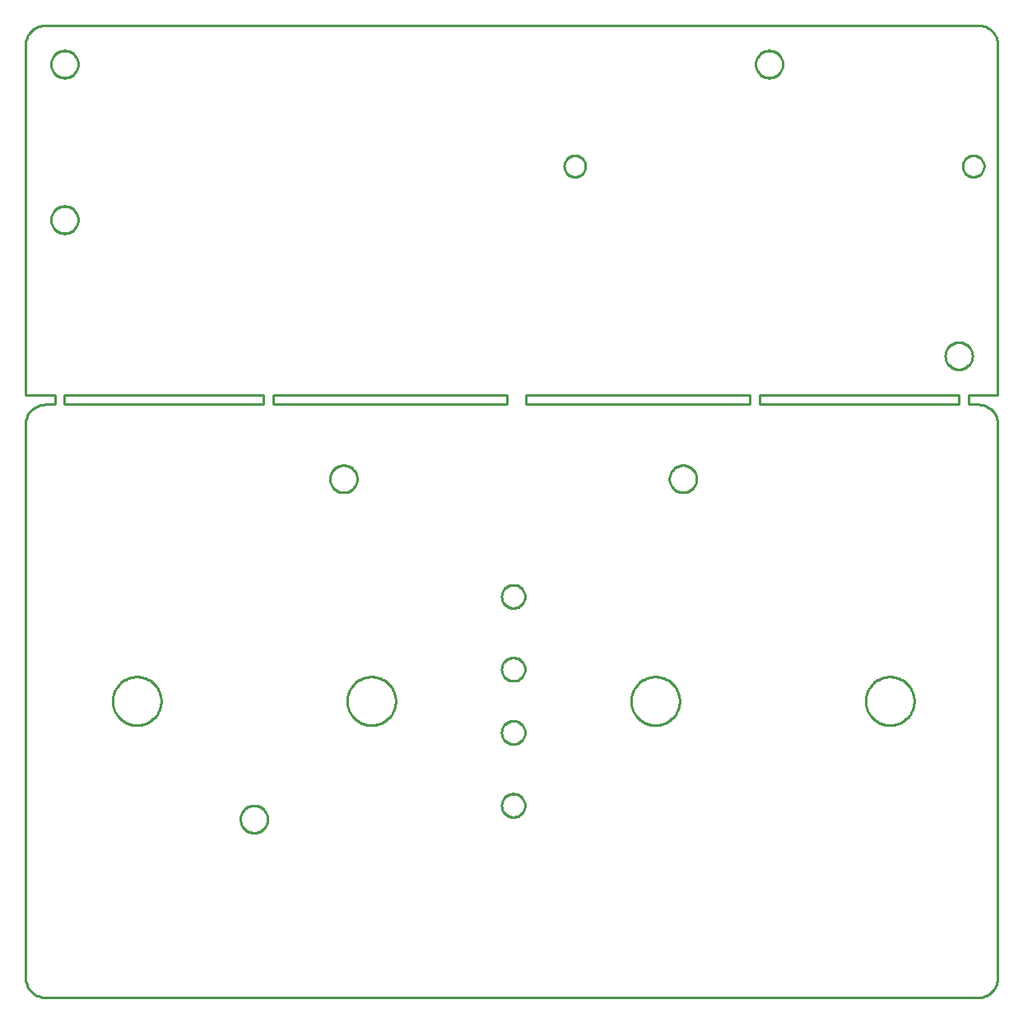
<source format=gbr>
G04 EAGLE Gerber RS-274X export*
G75*
%MOMM*%
%FSLAX34Y34*%
%LPD*%
%IN*%
%IPPOS*%
%AMOC8*
5,1,8,0,0,1.08239X$1,22.5*%
G01*
%ADD10C,0.254000*%


D10*
X0Y20000D02*
X76Y18257D01*
X304Y16527D01*
X681Y14824D01*
X1206Y13160D01*
X1874Y11548D01*
X2680Y10000D01*
X3617Y8528D01*
X4679Y7144D01*
X5858Y5858D01*
X7144Y4679D01*
X8528Y3617D01*
X10000Y2680D01*
X11548Y1874D01*
X13160Y1206D01*
X14824Y681D01*
X16527Y304D01*
X18257Y76D01*
X20000Y0D01*
X980000Y0D01*
X981743Y76D01*
X983473Y304D01*
X985176Y681D01*
X986840Y1206D01*
X988452Y1874D01*
X990000Y2680D01*
X991472Y3617D01*
X992856Y4679D01*
X994142Y5858D01*
X995321Y7144D01*
X996383Y8528D01*
X997321Y10000D01*
X998126Y11548D01*
X998794Y13160D01*
X999319Y14824D01*
X999696Y16527D01*
X999924Y18257D01*
X1000000Y20000D01*
X1000000Y590000D01*
X999924Y591743D01*
X999696Y593473D01*
X999319Y595176D01*
X998794Y596840D01*
X998126Y598452D01*
X997321Y600000D01*
X996383Y601472D01*
X995321Y602856D01*
X994142Y604142D01*
X992856Y605321D01*
X991472Y606383D01*
X990000Y607321D01*
X988452Y608126D01*
X986840Y608794D01*
X985176Y609319D01*
X983473Y609696D01*
X981743Y609924D01*
X980000Y610000D01*
X970000Y610000D01*
X970000Y620000D01*
X1000000Y620000D01*
X1000000Y980000D01*
X999924Y981743D01*
X999696Y983473D01*
X999319Y985176D01*
X998794Y986840D01*
X998126Y988452D01*
X997321Y990000D01*
X996383Y991472D01*
X995321Y992856D01*
X994142Y994142D01*
X992856Y995321D01*
X991472Y996383D01*
X990000Y997321D01*
X988452Y998126D01*
X986840Y998794D01*
X985176Y999319D01*
X983473Y999696D01*
X981743Y999924D01*
X980000Y1000000D01*
X20000Y1000000D01*
X18257Y999924D01*
X16527Y999696D01*
X14824Y999319D01*
X13160Y998794D01*
X11548Y998126D01*
X10000Y997321D01*
X8528Y996383D01*
X7144Y995321D01*
X5858Y994142D01*
X4679Y992856D01*
X3617Y991472D01*
X2680Y990000D01*
X1874Y988452D01*
X1206Y986840D01*
X681Y985176D01*
X304Y983473D01*
X76Y981743D01*
X0Y980000D01*
X0Y620000D01*
X30000Y620000D01*
X30000Y610000D01*
X20000Y610000D01*
X18257Y609924D01*
X16527Y609696D01*
X14824Y609319D01*
X13160Y608794D01*
X11548Y608126D01*
X10000Y607321D01*
X8528Y606383D01*
X7144Y605321D01*
X5858Y604142D01*
X4679Y602856D01*
X3617Y601472D01*
X2680Y600000D01*
X1874Y598452D01*
X1206Y596840D01*
X681Y595176D01*
X304Y593473D01*
X76Y591743D01*
X0Y590000D01*
X0Y20000D01*
X755000Y610000D02*
X960000Y610000D01*
X960000Y620000D01*
X755000Y620000D01*
X755000Y610000D01*
X515000Y610000D02*
X745000Y610000D01*
X745000Y620000D01*
X515000Y620000D01*
X515000Y610000D01*
X255000Y610000D02*
X495000Y610000D01*
X495000Y620000D01*
X255000Y620000D01*
X255000Y610000D01*
X40000Y610000D02*
X245000Y610000D01*
X245000Y620000D01*
X40000Y620000D01*
X40000Y610000D01*
X139300Y304099D02*
X139221Y302698D01*
X139064Y301304D01*
X138829Y299921D01*
X138517Y298553D01*
X138129Y297205D01*
X137665Y295881D01*
X137129Y294585D01*
X136520Y293321D01*
X135841Y292093D01*
X135095Y290905D01*
X134283Y289761D01*
X133408Y288664D01*
X132474Y287618D01*
X131482Y286626D01*
X130436Y285692D01*
X129339Y284817D01*
X128195Y284005D01*
X127007Y283259D01*
X125779Y282580D01*
X124515Y281971D01*
X123219Y281435D01*
X121895Y280971D01*
X120547Y280583D01*
X119179Y280271D01*
X117796Y280036D01*
X116402Y279879D01*
X115001Y279800D01*
X113599Y279800D01*
X112198Y279879D01*
X110804Y280036D01*
X109421Y280271D01*
X108053Y280583D01*
X106705Y280971D01*
X105381Y281435D01*
X104085Y281971D01*
X102821Y282580D01*
X101593Y283259D01*
X100405Y284005D01*
X99261Y284817D01*
X98164Y285692D01*
X97118Y286626D01*
X96126Y287618D01*
X95192Y288664D01*
X94317Y289761D01*
X93505Y290905D01*
X92759Y292093D01*
X92080Y293321D01*
X91471Y294585D01*
X90935Y295881D01*
X90471Y297205D01*
X90083Y298553D01*
X89771Y299921D01*
X89536Y301304D01*
X89379Y302698D01*
X89300Y304099D01*
X89300Y305501D01*
X89379Y306902D01*
X89536Y308296D01*
X89771Y309679D01*
X90083Y311047D01*
X90471Y312395D01*
X90935Y313719D01*
X91471Y315015D01*
X92080Y316279D01*
X92759Y317507D01*
X93505Y318695D01*
X94317Y319839D01*
X95192Y320936D01*
X96126Y321982D01*
X97118Y322974D01*
X98164Y323908D01*
X99261Y324783D01*
X100405Y325595D01*
X101593Y326341D01*
X102821Y327020D01*
X104085Y327629D01*
X105381Y328165D01*
X106705Y328629D01*
X108053Y329017D01*
X109421Y329329D01*
X110804Y329564D01*
X112198Y329721D01*
X113599Y329800D01*
X115001Y329800D01*
X116402Y329721D01*
X117796Y329564D01*
X119179Y329329D01*
X120547Y329017D01*
X121895Y328629D01*
X123219Y328165D01*
X124515Y327629D01*
X125779Y327020D01*
X127007Y326341D01*
X128195Y325595D01*
X129339Y324783D01*
X130436Y323908D01*
X131482Y322974D01*
X132474Y321982D01*
X133408Y320936D01*
X134283Y319839D01*
X135095Y318695D01*
X135841Y317507D01*
X136520Y316279D01*
X137129Y315015D01*
X137665Y313719D01*
X138129Y312395D01*
X138517Y311047D01*
X138829Y309679D01*
X139064Y308296D01*
X139221Y306902D01*
X139300Y305501D01*
X139300Y304099D01*
X380600Y304099D02*
X380521Y302698D01*
X380364Y301304D01*
X380129Y299921D01*
X379817Y298553D01*
X379429Y297205D01*
X378965Y295881D01*
X378429Y294585D01*
X377820Y293321D01*
X377141Y292093D01*
X376395Y290905D01*
X375583Y289761D01*
X374708Y288664D01*
X373774Y287618D01*
X372782Y286626D01*
X371736Y285692D01*
X370639Y284817D01*
X369495Y284005D01*
X368307Y283259D01*
X367079Y282580D01*
X365815Y281971D01*
X364519Y281435D01*
X363195Y280971D01*
X361847Y280583D01*
X360479Y280271D01*
X359096Y280036D01*
X357702Y279879D01*
X356301Y279800D01*
X354899Y279800D01*
X353498Y279879D01*
X352104Y280036D01*
X350721Y280271D01*
X349353Y280583D01*
X348005Y280971D01*
X346681Y281435D01*
X345385Y281971D01*
X344121Y282580D01*
X342893Y283259D01*
X341705Y284005D01*
X340561Y284817D01*
X339464Y285692D01*
X338418Y286626D01*
X337426Y287618D01*
X336492Y288664D01*
X335617Y289761D01*
X334805Y290905D01*
X334059Y292093D01*
X333380Y293321D01*
X332771Y294585D01*
X332235Y295881D01*
X331771Y297205D01*
X331383Y298553D01*
X331071Y299921D01*
X330836Y301304D01*
X330679Y302698D01*
X330600Y304099D01*
X330600Y305501D01*
X330679Y306902D01*
X330836Y308296D01*
X331071Y309679D01*
X331383Y311047D01*
X331771Y312395D01*
X332235Y313719D01*
X332771Y315015D01*
X333380Y316279D01*
X334059Y317507D01*
X334805Y318695D01*
X335617Y319839D01*
X336492Y320936D01*
X337426Y321982D01*
X338418Y322974D01*
X339464Y323908D01*
X340561Y324783D01*
X341705Y325595D01*
X342893Y326341D01*
X344121Y327020D01*
X345385Y327629D01*
X346681Y328165D01*
X348005Y328629D01*
X349353Y329017D01*
X350721Y329329D01*
X352104Y329564D01*
X353498Y329721D01*
X354899Y329800D01*
X356301Y329800D01*
X357702Y329721D01*
X359096Y329564D01*
X360479Y329329D01*
X361847Y329017D01*
X363195Y328629D01*
X364519Y328165D01*
X365815Y327629D01*
X367079Y327020D01*
X368307Y326341D01*
X369495Y325595D01*
X370639Y324783D01*
X371736Y323908D01*
X372782Y322974D01*
X373774Y321982D01*
X374708Y320936D01*
X375583Y319839D01*
X376395Y318695D01*
X377141Y317507D01*
X377820Y316279D01*
X378429Y315015D01*
X378965Y313719D01*
X379429Y312395D01*
X379817Y311047D01*
X380129Y309679D01*
X380364Y308296D01*
X380521Y306902D01*
X380600Y305501D01*
X380600Y304099D01*
X672700Y304099D02*
X672621Y302698D01*
X672464Y301304D01*
X672229Y299921D01*
X671917Y298553D01*
X671529Y297205D01*
X671065Y295881D01*
X670529Y294585D01*
X669920Y293321D01*
X669241Y292093D01*
X668495Y290905D01*
X667683Y289761D01*
X666808Y288664D01*
X665874Y287618D01*
X664882Y286626D01*
X663836Y285692D01*
X662739Y284817D01*
X661595Y284005D01*
X660407Y283259D01*
X659179Y282580D01*
X657915Y281971D01*
X656619Y281435D01*
X655295Y280971D01*
X653947Y280583D01*
X652579Y280271D01*
X651196Y280036D01*
X649802Y279879D01*
X648401Y279800D01*
X646999Y279800D01*
X645598Y279879D01*
X644204Y280036D01*
X642821Y280271D01*
X641453Y280583D01*
X640105Y280971D01*
X638781Y281435D01*
X637485Y281971D01*
X636221Y282580D01*
X634993Y283259D01*
X633805Y284005D01*
X632661Y284817D01*
X631564Y285692D01*
X630518Y286626D01*
X629526Y287618D01*
X628592Y288664D01*
X627717Y289761D01*
X626905Y290905D01*
X626159Y292093D01*
X625480Y293321D01*
X624871Y294585D01*
X624335Y295881D01*
X623871Y297205D01*
X623483Y298553D01*
X623171Y299921D01*
X622936Y301304D01*
X622779Y302698D01*
X622700Y304099D01*
X622700Y305501D01*
X622779Y306902D01*
X622936Y308296D01*
X623171Y309679D01*
X623483Y311047D01*
X623871Y312395D01*
X624335Y313719D01*
X624871Y315015D01*
X625480Y316279D01*
X626159Y317507D01*
X626905Y318695D01*
X627717Y319839D01*
X628592Y320936D01*
X629526Y321982D01*
X630518Y322974D01*
X631564Y323908D01*
X632661Y324783D01*
X633805Y325595D01*
X634993Y326341D01*
X636221Y327020D01*
X637485Y327629D01*
X638781Y328165D01*
X640105Y328629D01*
X641453Y329017D01*
X642821Y329329D01*
X644204Y329564D01*
X645598Y329721D01*
X646999Y329800D01*
X648401Y329800D01*
X649802Y329721D01*
X651196Y329564D01*
X652579Y329329D01*
X653947Y329017D01*
X655295Y328629D01*
X656619Y328165D01*
X657915Y327629D01*
X659179Y327020D01*
X660407Y326341D01*
X661595Y325595D01*
X662739Y324783D01*
X663836Y323908D01*
X664882Y322974D01*
X665874Y321982D01*
X666808Y320936D01*
X667683Y319839D01*
X668495Y318695D01*
X669241Y317507D01*
X669920Y316279D01*
X670529Y315015D01*
X671065Y313719D01*
X671529Y312395D01*
X671917Y311047D01*
X672229Y309679D01*
X672464Y308296D01*
X672621Y306902D01*
X672700Y305501D01*
X672700Y304099D01*
X914000Y304099D02*
X913921Y302698D01*
X913764Y301304D01*
X913529Y299921D01*
X913217Y298553D01*
X912829Y297205D01*
X912365Y295881D01*
X911829Y294585D01*
X911220Y293321D01*
X910541Y292093D01*
X909795Y290905D01*
X908983Y289761D01*
X908108Y288664D01*
X907174Y287618D01*
X906182Y286626D01*
X905136Y285692D01*
X904039Y284817D01*
X902895Y284005D01*
X901707Y283259D01*
X900479Y282580D01*
X899215Y281971D01*
X897919Y281435D01*
X896595Y280971D01*
X895247Y280583D01*
X893879Y280271D01*
X892496Y280036D01*
X891102Y279879D01*
X889701Y279800D01*
X888299Y279800D01*
X886898Y279879D01*
X885504Y280036D01*
X884121Y280271D01*
X882753Y280583D01*
X881405Y280971D01*
X880081Y281435D01*
X878785Y281971D01*
X877521Y282580D01*
X876293Y283259D01*
X875105Y284005D01*
X873961Y284817D01*
X872864Y285692D01*
X871818Y286626D01*
X870826Y287618D01*
X869892Y288664D01*
X869017Y289761D01*
X868205Y290905D01*
X867459Y292093D01*
X866780Y293321D01*
X866171Y294585D01*
X865635Y295881D01*
X865171Y297205D01*
X864783Y298553D01*
X864471Y299921D01*
X864236Y301304D01*
X864079Y302698D01*
X864000Y304099D01*
X864000Y305501D01*
X864079Y306902D01*
X864236Y308296D01*
X864471Y309679D01*
X864783Y311047D01*
X865171Y312395D01*
X865635Y313719D01*
X866171Y315015D01*
X866780Y316279D01*
X867459Y317507D01*
X868205Y318695D01*
X869017Y319839D01*
X869892Y320936D01*
X870826Y321982D01*
X871818Y322974D01*
X872864Y323908D01*
X873961Y324783D01*
X875105Y325595D01*
X876293Y326341D01*
X877521Y327020D01*
X878785Y327629D01*
X880081Y328165D01*
X881405Y328629D01*
X882753Y329017D01*
X884121Y329329D01*
X885504Y329564D01*
X886898Y329721D01*
X888299Y329800D01*
X889701Y329800D01*
X891102Y329721D01*
X892496Y329564D01*
X893879Y329329D01*
X895247Y329017D01*
X896595Y328629D01*
X897919Y328165D01*
X899215Y327629D01*
X900479Y327020D01*
X901707Y326341D01*
X902895Y325595D01*
X904039Y324783D01*
X905136Y323908D01*
X906182Y322974D01*
X907174Y321982D01*
X908108Y320936D01*
X908983Y319839D01*
X909795Y318695D01*
X910541Y317507D01*
X911220Y316279D01*
X911829Y315015D01*
X912365Y313719D01*
X912829Y312395D01*
X913217Y311047D01*
X913529Y309679D01*
X913764Y308296D01*
X913921Y306902D01*
X914000Y305501D01*
X914000Y304099D01*
X690275Y532900D02*
X690204Y531903D01*
X690061Y530913D01*
X689849Y529936D01*
X689567Y528976D01*
X689218Y528039D01*
X688802Y527129D01*
X688323Y526252D01*
X687782Y525410D01*
X687183Y524610D01*
X686528Y523854D01*
X685821Y523147D01*
X685065Y522492D01*
X684265Y521893D01*
X683423Y521352D01*
X682546Y520873D01*
X681636Y520457D01*
X680699Y520108D01*
X679740Y519826D01*
X678762Y519614D01*
X677773Y519471D01*
X676775Y519400D01*
X675775Y519400D01*
X674778Y519471D01*
X673788Y519614D01*
X672811Y519826D01*
X671851Y520108D01*
X670914Y520457D01*
X670004Y520873D01*
X669127Y521352D01*
X668285Y521893D01*
X667485Y522492D01*
X666729Y523147D01*
X666022Y523854D01*
X665367Y524610D01*
X664768Y525410D01*
X664227Y526252D01*
X663748Y527129D01*
X663332Y528039D01*
X662983Y528976D01*
X662701Y529936D01*
X662489Y530913D01*
X662346Y531903D01*
X662275Y532900D01*
X662275Y533900D01*
X662346Y534898D01*
X662489Y535887D01*
X662701Y536865D01*
X662983Y537824D01*
X663332Y538761D01*
X663748Y539671D01*
X664227Y540548D01*
X664768Y541390D01*
X665367Y542190D01*
X666022Y542946D01*
X666729Y543653D01*
X667485Y544308D01*
X668285Y544907D01*
X669127Y545448D01*
X670004Y545927D01*
X670914Y546343D01*
X671851Y546692D01*
X672811Y546974D01*
X673788Y547186D01*
X674778Y547329D01*
X675775Y547400D01*
X676775Y547400D01*
X677773Y547329D01*
X678762Y547186D01*
X679740Y546974D01*
X680699Y546692D01*
X681636Y546343D01*
X682546Y545927D01*
X683423Y545448D01*
X684265Y544907D01*
X685065Y544308D01*
X685821Y543653D01*
X686528Y542946D01*
X687183Y542190D01*
X687782Y541390D01*
X688323Y540548D01*
X688802Y539671D01*
X689218Y538761D01*
X689567Y537824D01*
X689849Y536865D01*
X690061Y535887D01*
X690204Y534898D01*
X690275Y533900D01*
X690275Y532900D01*
X341025Y532900D02*
X340954Y531903D01*
X340811Y530913D01*
X340599Y529936D01*
X340317Y528976D01*
X339968Y528039D01*
X339552Y527129D01*
X339073Y526252D01*
X338532Y525410D01*
X337933Y524610D01*
X337278Y523854D01*
X336571Y523147D01*
X335815Y522492D01*
X335015Y521893D01*
X334173Y521352D01*
X333296Y520873D01*
X332386Y520457D01*
X331449Y520108D01*
X330490Y519826D01*
X329512Y519614D01*
X328523Y519471D01*
X327525Y519400D01*
X326525Y519400D01*
X325528Y519471D01*
X324538Y519614D01*
X323561Y519826D01*
X322601Y520108D01*
X321664Y520457D01*
X320754Y520873D01*
X319877Y521352D01*
X319035Y521893D01*
X318235Y522492D01*
X317479Y523147D01*
X316772Y523854D01*
X316117Y524610D01*
X315518Y525410D01*
X314977Y526252D01*
X314498Y527129D01*
X314082Y528039D01*
X313733Y528976D01*
X313451Y529936D01*
X313239Y530913D01*
X313096Y531903D01*
X313025Y532900D01*
X313025Y533900D01*
X313096Y534898D01*
X313239Y535887D01*
X313451Y536865D01*
X313733Y537824D01*
X314082Y538761D01*
X314498Y539671D01*
X314977Y540548D01*
X315518Y541390D01*
X316117Y542190D01*
X316772Y542946D01*
X317479Y543653D01*
X318235Y544308D01*
X319035Y544907D01*
X319877Y545448D01*
X320754Y545927D01*
X321664Y546343D01*
X322601Y546692D01*
X323561Y546974D01*
X324538Y547186D01*
X325528Y547329D01*
X326525Y547400D01*
X327525Y547400D01*
X328523Y547329D01*
X329512Y547186D01*
X330490Y546974D01*
X331449Y546692D01*
X332386Y546343D01*
X333296Y545927D01*
X334173Y545448D01*
X335015Y544907D01*
X335815Y544308D01*
X336571Y543653D01*
X337278Y542946D01*
X337933Y542190D01*
X338532Y541390D01*
X339073Y540548D01*
X339552Y539671D01*
X339968Y538761D01*
X340317Y537824D01*
X340599Y536865D01*
X340811Y535887D01*
X340954Y534898D01*
X341025Y533900D01*
X341025Y532900D01*
X502121Y349500D02*
X503062Y349426D01*
X503993Y349279D01*
X504910Y349058D01*
X505807Y348767D01*
X506678Y348406D01*
X507518Y347978D01*
X508322Y347485D01*
X509085Y346931D01*
X509802Y346319D01*
X510469Y345652D01*
X511081Y344935D01*
X511635Y344172D01*
X512128Y343368D01*
X512556Y342528D01*
X512917Y341657D01*
X513208Y340760D01*
X513429Y339843D01*
X513576Y338912D01*
X513650Y337971D01*
X513650Y337029D01*
X513576Y336088D01*
X513429Y335157D01*
X513208Y334240D01*
X512917Y333343D01*
X512556Y332472D01*
X512128Y331632D01*
X511635Y330828D01*
X511081Y330065D01*
X510469Y329348D01*
X509802Y328681D01*
X509085Y328069D01*
X508322Y327515D01*
X507518Y327022D01*
X506678Y326594D01*
X505807Y326233D01*
X504910Y325942D01*
X503993Y325722D01*
X503062Y325574D01*
X502121Y325500D01*
X501179Y325500D01*
X500238Y325574D01*
X499307Y325722D01*
X498390Y325942D01*
X497493Y326233D01*
X496622Y326594D01*
X495782Y327022D01*
X494978Y327515D01*
X494215Y328069D01*
X493498Y328681D01*
X492831Y329348D01*
X492219Y330065D01*
X491665Y330828D01*
X491172Y331632D01*
X490744Y332472D01*
X490383Y333343D01*
X490092Y334240D01*
X489872Y335157D01*
X489724Y336088D01*
X489650Y337029D01*
X489650Y337971D01*
X489724Y338912D01*
X489872Y339843D01*
X490092Y340760D01*
X490383Y341657D01*
X490744Y342528D01*
X491172Y343368D01*
X491665Y344172D01*
X492219Y344935D01*
X492831Y345652D01*
X493498Y346319D01*
X494215Y346931D01*
X494978Y347485D01*
X495782Y347978D01*
X496622Y348406D01*
X497493Y348767D01*
X498390Y349058D01*
X499307Y349279D01*
X500238Y349426D01*
X501179Y349500D01*
X502121Y349500D01*
X502121Y424500D02*
X503062Y424426D01*
X503993Y424279D01*
X504910Y424058D01*
X505807Y423767D01*
X506678Y423406D01*
X507518Y422978D01*
X508322Y422485D01*
X509085Y421931D01*
X509802Y421319D01*
X510469Y420652D01*
X511081Y419935D01*
X511635Y419172D01*
X512128Y418368D01*
X512556Y417528D01*
X512917Y416657D01*
X513208Y415760D01*
X513429Y414843D01*
X513576Y413912D01*
X513650Y412971D01*
X513650Y412029D01*
X513576Y411088D01*
X513429Y410157D01*
X513208Y409240D01*
X512917Y408343D01*
X512556Y407472D01*
X512128Y406632D01*
X511635Y405828D01*
X511081Y405065D01*
X510469Y404348D01*
X509802Y403681D01*
X509085Y403069D01*
X508322Y402515D01*
X507518Y402022D01*
X506678Y401594D01*
X505807Y401233D01*
X504910Y400942D01*
X503993Y400722D01*
X503062Y400574D01*
X502121Y400500D01*
X501179Y400500D01*
X500238Y400574D01*
X499307Y400722D01*
X498390Y400942D01*
X497493Y401233D01*
X496622Y401594D01*
X495782Y402022D01*
X494978Y402515D01*
X494215Y403069D01*
X493498Y403681D01*
X492831Y404348D01*
X492219Y405065D01*
X491665Y405828D01*
X491172Y406632D01*
X490744Y407472D01*
X490383Y408343D01*
X490092Y409240D01*
X489872Y410157D01*
X489724Y411088D01*
X489650Y412029D01*
X489650Y412971D01*
X489724Y413912D01*
X489872Y414843D01*
X490092Y415760D01*
X490383Y416657D01*
X490744Y417528D01*
X491172Y418368D01*
X491665Y419172D01*
X492219Y419935D01*
X492831Y420652D01*
X493498Y421319D01*
X494215Y421931D01*
X494978Y422485D01*
X495782Y422978D01*
X496622Y423406D01*
X497493Y423767D01*
X498390Y424058D01*
X499307Y424279D01*
X500238Y424426D01*
X501179Y424500D01*
X502121Y424500D01*
X502121Y209500D02*
X503062Y209426D01*
X503993Y209279D01*
X504910Y209058D01*
X505807Y208767D01*
X506678Y208406D01*
X507518Y207978D01*
X508322Y207485D01*
X509085Y206931D01*
X509802Y206319D01*
X510469Y205652D01*
X511081Y204935D01*
X511635Y204172D01*
X512128Y203368D01*
X512556Y202528D01*
X512917Y201657D01*
X513208Y200760D01*
X513429Y199843D01*
X513576Y198912D01*
X513650Y197971D01*
X513650Y197029D01*
X513576Y196088D01*
X513429Y195157D01*
X513208Y194240D01*
X512917Y193343D01*
X512556Y192472D01*
X512128Y191632D01*
X511635Y190828D01*
X511081Y190065D01*
X510469Y189348D01*
X509802Y188681D01*
X509085Y188069D01*
X508322Y187515D01*
X507518Y187022D01*
X506678Y186594D01*
X505807Y186233D01*
X504910Y185942D01*
X503993Y185722D01*
X503062Y185574D01*
X502121Y185500D01*
X501179Y185500D01*
X500238Y185574D01*
X499307Y185722D01*
X498390Y185942D01*
X497493Y186233D01*
X496622Y186594D01*
X495782Y187022D01*
X494978Y187515D01*
X494215Y188069D01*
X493498Y188681D01*
X492831Y189348D01*
X492219Y190065D01*
X491665Y190828D01*
X491172Y191632D01*
X490744Y192472D01*
X490383Y193343D01*
X490092Y194240D01*
X489872Y195157D01*
X489724Y196088D01*
X489650Y197029D01*
X489650Y197971D01*
X489724Y198912D01*
X489872Y199843D01*
X490092Y200760D01*
X490383Y201657D01*
X490744Y202528D01*
X491172Y203368D01*
X491665Y204172D01*
X492219Y204935D01*
X492831Y205652D01*
X493498Y206319D01*
X494215Y206931D01*
X494978Y207485D01*
X495782Y207978D01*
X496622Y208406D01*
X497493Y208767D01*
X498390Y209058D01*
X499307Y209279D01*
X500238Y209426D01*
X501179Y209500D01*
X502121Y209500D01*
X502121Y284500D02*
X503062Y284426D01*
X503993Y284279D01*
X504910Y284058D01*
X505807Y283767D01*
X506678Y283406D01*
X507518Y282978D01*
X508322Y282485D01*
X509085Y281931D01*
X509802Y281319D01*
X510469Y280652D01*
X511081Y279935D01*
X511635Y279172D01*
X512128Y278368D01*
X512556Y277528D01*
X512917Y276657D01*
X513208Y275760D01*
X513429Y274843D01*
X513576Y273912D01*
X513650Y272971D01*
X513650Y272029D01*
X513576Y271088D01*
X513429Y270157D01*
X513208Y269240D01*
X512917Y268343D01*
X512556Y267472D01*
X512128Y266632D01*
X511635Y265828D01*
X511081Y265065D01*
X510469Y264348D01*
X509802Y263681D01*
X509085Y263069D01*
X508322Y262515D01*
X507518Y262022D01*
X506678Y261594D01*
X505807Y261233D01*
X504910Y260942D01*
X503993Y260722D01*
X503062Y260574D01*
X502121Y260500D01*
X501179Y260500D01*
X500238Y260574D01*
X499307Y260722D01*
X498390Y260942D01*
X497493Y261233D01*
X496622Y261594D01*
X495782Y262022D01*
X494978Y262515D01*
X494215Y263069D01*
X493498Y263681D01*
X492831Y264348D01*
X492219Y265065D01*
X491665Y265828D01*
X491172Y266632D01*
X490744Y267472D01*
X490383Y268343D01*
X490092Y269240D01*
X489872Y270157D01*
X489724Y271088D01*
X489650Y272029D01*
X489650Y272971D01*
X489724Y273912D01*
X489872Y274843D01*
X490092Y275760D01*
X490383Y276657D01*
X490744Y277528D01*
X491172Y278368D01*
X491665Y279172D01*
X492219Y279935D01*
X492831Y280652D01*
X493498Y281319D01*
X494215Y281931D01*
X494978Y282485D01*
X495782Y282978D01*
X496622Y283406D01*
X497493Y283767D01*
X498390Y284058D01*
X499307Y284279D01*
X500238Y284426D01*
X501179Y284500D01*
X502121Y284500D01*
X248950Y182900D02*
X248879Y181903D01*
X248736Y180913D01*
X248524Y179936D01*
X248242Y178976D01*
X247893Y178039D01*
X247477Y177129D01*
X246998Y176252D01*
X246457Y175410D01*
X245858Y174610D01*
X245203Y173854D01*
X244496Y173147D01*
X243740Y172492D01*
X242940Y171893D01*
X242098Y171352D01*
X241221Y170873D01*
X240311Y170457D01*
X239374Y170108D01*
X238415Y169826D01*
X237437Y169614D01*
X236448Y169471D01*
X235450Y169400D01*
X234450Y169400D01*
X233453Y169471D01*
X232463Y169614D01*
X231486Y169826D01*
X230526Y170108D01*
X229589Y170457D01*
X228679Y170873D01*
X227802Y171352D01*
X226960Y171893D01*
X226160Y172492D01*
X225404Y173147D01*
X224697Y173854D01*
X224042Y174610D01*
X223443Y175410D01*
X222902Y176252D01*
X222423Y177129D01*
X222007Y178039D01*
X221658Y178976D01*
X221376Y179936D01*
X221164Y180913D01*
X221021Y181903D01*
X220950Y182900D01*
X220950Y183900D01*
X221021Y184898D01*
X221164Y185887D01*
X221376Y186865D01*
X221658Y187824D01*
X222007Y188761D01*
X222423Y189671D01*
X222902Y190548D01*
X223443Y191390D01*
X224042Y192190D01*
X224697Y192946D01*
X225404Y193653D01*
X226160Y194308D01*
X226960Y194907D01*
X227802Y195448D01*
X228679Y195927D01*
X229589Y196343D01*
X230526Y196692D01*
X231486Y196974D01*
X232463Y197186D01*
X233453Y197329D01*
X234450Y197400D01*
X235450Y197400D01*
X236448Y197329D01*
X237437Y197186D01*
X238415Y196974D01*
X239374Y196692D01*
X240311Y196343D01*
X241221Y195927D01*
X242098Y195448D01*
X242940Y194907D01*
X243740Y194308D01*
X244496Y193653D01*
X245203Y192946D01*
X245858Y192190D01*
X246457Y191390D01*
X246998Y190548D01*
X247477Y189671D01*
X247893Y188761D01*
X248242Y187824D01*
X248524Y186865D01*
X248736Y185887D01*
X248879Y184898D01*
X248950Y183900D01*
X248950Y182900D01*
X576000Y854648D02*
X575932Y853786D01*
X575797Y852932D01*
X575595Y852092D01*
X575328Y851270D01*
X574997Y850471D01*
X574605Y849701D01*
X574153Y848964D01*
X573645Y848265D01*
X573084Y847607D01*
X572473Y846996D01*
X571815Y846435D01*
X571116Y845927D01*
X570379Y845475D01*
X569609Y845083D01*
X568810Y844752D01*
X567988Y844485D01*
X567148Y844283D01*
X566294Y844148D01*
X565432Y844080D01*
X564568Y844080D01*
X563706Y844148D01*
X562852Y844283D01*
X562012Y844485D01*
X561190Y844752D01*
X560391Y845083D01*
X559621Y845475D01*
X558884Y845927D01*
X558185Y846435D01*
X557527Y846996D01*
X556916Y847607D01*
X556355Y848265D01*
X555847Y848964D01*
X555395Y849701D01*
X555003Y850471D01*
X554672Y851270D01*
X554405Y852092D01*
X554203Y852932D01*
X554068Y853786D01*
X554000Y854648D01*
X554000Y855512D01*
X554068Y856374D01*
X554203Y857228D01*
X554405Y858068D01*
X554672Y858890D01*
X555003Y859689D01*
X555395Y860459D01*
X555847Y861196D01*
X556355Y861895D01*
X556916Y862553D01*
X557527Y863164D01*
X558185Y863725D01*
X558884Y864233D01*
X559621Y864685D01*
X560391Y865077D01*
X561190Y865408D01*
X562012Y865675D01*
X562852Y865877D01*
X563706Y866012D01*
X564568Y866080D01*
X565432Y866080D01*
X566294Y866012D01*
X567148Y865877D01*
X567988Y865675D01*
X568810Y865408D01*
X569609Y865077D01*
X570379Y864685D01*
X571116Y864233D01*
X571815Y863725D01*
X572473Y863164D01*
X573084Y862553D01*
X573645Y861895D01*
X574153Y861196D01*
X574605Y860459D01*
X574997Y859689D01*
X575328Y858890D01*
X575595Y858068D01*
X575797Y857228D01*
X575932Y856374D01*
X576000Y855512D01*
X576000Y854648D01*
X986000Y854648D02*
X985932Y853786D01*
X985797Y852932D01*
X985595Y852092D01*
X985328Y851270D01*
X984997Y850471D01*
X984605Y849701D01*
X984153Y848964D01*
X983645Y848265D01*
X983084Y847607D01*
X982473Y846996D01*
X981815Y846435D01*
X981116Y845927D01*
X980379Y845475D01*
X979609Y845083D01*
X978810Y844752D01*
X977988Y844485D01*
X977148Y844283D01*
X976294Y844148D01*
X975432Y844080D01*
X974568Y844080D01*
X973706Y844148D01*
X972852Y844283D01*
X972012Y844485D01*
X971190Y844752D01*
X970391Y845083D01*
X969621Y845475D01*
X968884Y845927D01*
X968185Y846435D01*
X967527Y846996D01*
X966916Y847607D01*
X966355Y848265D01*
X965847Y848964D01*
X965395Y849701D01*
X965003Y850471D01*
X964672Y851270D01*
X964405Y852092D01*
X964203Y852932D01*
X964068Y853786D01*
X964000Y854648D01*
X964000Y855512D01*
X964068Y856374D01*
X964203Y857228D01*
X964405Y858068D01*
X964672Y858890D01*
X965003Y859689D01*
X965395Y860459D01*
X965847Y861196D01*
X966355Y861895D01*
X966916Y862553D01*
X967527Y863164D01*
X968185Y863725D01*
X968884Y864233D01*
X969621Y864685D01*
X970391Y865077D01*
X971190Y865408D01*
X972012Y865675D01*
X972852Y865877D01*
X973706Y866012D01*
X974568Y866080D01*
X975432Y866080D01*
X976294Y866012D01*
X977148Y865877D01*
X977988Y865675D01*
X978810Y865408D01*
X979609Y865077D01*
X980379Y864685D01*
X981116Y864233D01*
X981815Y863725D01*
X982473Y863164D01*
X983084Y862553D01*
X983645Y861895D01*
X984153Y861196D01*
X984605Y860459D01*
X984997Y859689D01*
X985328Y858890D01*
X985595Y858068D01*
X985797Y857228D01*
X985932Y856374D01*
X986000Y855512D01*
X986000Y854648D01*
X974000Y659500D02*
X973929Y658503D01*
X973786Y657513D01*
X973574Y656536D01*
X973292Y655576D01*
X972943Y654639D01*
X972527Y653729D01*
X972048Y652852D01*
X971507Y652010D01*
X970908Y651210D01*
X970253Y650454D01*
X969546Y649747D01*
X968790Y649092D01*
X967990Y648493D01*
X967148Y647952D01*
X966271Y647473D01*
X965361Y647057D01*
X964424Y646708D01*
X963465Y646426D01*
X962487Y646214D01*
X961498Y646071D01*
X960500Y646000D01*
X959500Y646000D01*
X958503Y646071D01*
X957513Y646214D01*
X956536Y646426D01*
X955576Y646708D01*
X954639Y647057D01*
X953729Y647473D01*
X952852Y647952D01*
X952010Y648493D01*
X951210Y649092D01*
X950454Y649747D01*
X949747Y650454D01*
X949092Y651210D01*
X948493Y652010D01*
X947952Y652852D01*
X947473Y653729D01*
X947057Y654639D01*
X946708Y655576D01*
X946426Y656536D01*
X946214Y657513D01*
X946071Y658503D01*
X946000Y659500D01*
X946000Y660500D01*
X946071Y661498D01*
X946214Y662487D01*
X946426Y663465D01*
X946708Y664424D01*
X947057Y665361D01*
X947473Y666271D01*
X947952Y667148D01*
X948493Y667990D01*
X949092Y668790D01*
X949747Y669546D01*
X950454Y670253D01*
X951210Y670908D01*
X952010Y671507D01*
X952852Y672048D01*
X953729Y672527D01*
X954639Y672943D01*
X955576Y673292D01*
X956536Y673574D01*
X957513Y673786D01*
X958503Y673929D01*
X959500Y674000D01*
X960500Y674000D01*
X961498Y673929D01*
X962487Y673786D01*
X963465Y673574D01*
X964424Y673292D01*
X965361Y672943D01*
X966271Y672527D01*
X967148Y672048D01*
X967990Y671507D01*
X968790Y670908D01*
X969546Y670253D01*
X970253Y669546D01*
X970908Y668790D01*
X971507Y667990D01*
X972048Y667148D01*
X972527Y666271D01*
X972943Y665361D01*
X973292Y664424D01*
X973574Y663465D01*
X973786Y662487D01*
X973929Y661498D01*
X974000Y660500D01*
X974000Y659500D01*
X54000Y799500D02*
X53929Y798503D01*
X53786Y797513D01*
X53574Y796536D01*
X53292Y795576D01*
X52943Y794639D01*
X52527Y793729D01*
X52048Y792852D01*
X51507Y792010D01*
X50908Y791210D01*
X50253Y790454D01*
X49546Y789747D01*
X48790Y789092D01*
X47990Y788493D01*
X47148Y787952D01*
X46271Y787473D01*
X45361Y787057D01*
X44424Y786708D01*
X43465Y786426D01*
X42487Y786214D01*
X41498Y786071D01*
X40500Y786000D01*
X39500Y786000D01*
X38503Y786071D01*
X37513Y786214D01*
X36536Y786426D01*
X35576Y786708D01*
X34639Y787057D01*
X33729Y787473D01*
X32852Y787952D01*
X32010Y788493D01*
X31210Y789092D01*
X30454Y789747D01*
X29747Y790454D01*
X29092Y791210D01*
X28493Y792010D01*
X27952Y792852D01*
X27473Y793729D01*
X27057Y794639D01*
X26708Y795576D01*
X26426Y796536D01*
X26214Y797513D01*
X26071Y798503D01*
X26000Y799500D01*
X26000Y800500D01*
X26071Y801498D01*
X26214Y802487D01*
X26426Y803465D01*
X26708Y804424D01*
X27057Y805361D01*
X27473Y806271D01*
X27952Y807148D01*
X28493Y807990D01*
X29092Y808790D01*
X29747Y809546D01*
X30454Y810253D01*
X31210Y810908D01*
X32010Y811507D01*
X32852Y812048D01*
X33729Y812527D01*
X34639Y812943D01*
X35576Y813292D01*
X36536Y813574D01*
X37513Y813786D01*
X38503Y813929D01*
X39500Y814000D01*
X40500Y814000D01*
X41498Y813929D01*
X42487Y813786D01*
X43465Y813574D01*
X44424Y813292D01*
X45361Y812943D01*
X46271Y812527D01*
X47148Y812048D01*
X47990Y811507D01*
X48790Y810908D01*
X49546Y810253D01*
X50253Y809546D01*
X50908Y808790D01*
X51507Y807990D01*
X52048Y807148D01*
X52527Y806271D01*
X52943Y805361D01*
X53292Y804424D01*
X53574Y803465D01*
X53786Y802487D01*
X53929Y801498D01*
X54000Y800500D01*
X54000Y799500D01*
X54000Y959500D02*
X53929Y958503D01*
X53786Y957513D01*
X53574Y956536D01*
X53292Y955576D01*
X52943Y954639D01*
X52527Y953729D01*
X52048Y952852D01*
X51507Y952010D01*
X50908Y951210D01*
X50253Y950454D01*
X49546Y949747D01*
X48790Y949092D01*
X47990Y948493D01*
X47148Y947952D01*
X46271Y947473D01*
X45361Y947057D01*
X44424Y946708D01*
X43465Y946426D01*
X42487Y946214D01*
X41498Y946071D01*
X40500Y946000D01*
X39500Y946000D01*
X38503Y946071D01*
X37513Y946214D01*
X36536Y946426D01*
X35576Y946708D01*
X34639Y947057D01*
X33729Y947473D01*
X32852Y947952D01*
X32010Y948493D01*
X31210Y949092D01*
X30454Y949747D01*
X29747Y950454D01*
X29092Y951210D01*
X28493Y952010D01*
X27952Y952852D01*
X27473Y953729D01*
X27057Y954639D01*
X26708Y955576D01*
X26426Y956536D01*
X26214Y957513D01*
X26071Y958503D01*
X26000Y959500D01*
X26000Y960500D01*
X26071Y961498D01*
X26214Y962487D01*
X26426Y963465D01*
X26708Y964424D01*
X27057Y965361D01*
X27473Y966271D01*
X27952Y967148D01*
X28493Y967990D01*
X29092Y968790D01*
X29747Y969546D01*
X30454Y970253D01*
X31210Y970908D01*
X32010Y971507D01*
X32852Y972048D01*
X33729Y972527D01*
X34639Y972943D01*
X35576Y973292D01*
X36536Y973574D01*
X37513Y973786D01*
X38503Y973929D01*
X39500Y974000D01*
X40500Y974000D01*
X41498Y973929D01*
X42487Y973786D01*
X43465Y973574D01*
X44424Y973292D01*
X45361Y972943D01*
X46271Y972527D01*
X47148Y972048D01*
X47990Y971507D01*
X48790Y970908D01*
X49546Y970253D01*
X50253Y969546D01*
X50908Y968790D01*
X51507Y967990D01*
X52048Y967148D01*
X52527Y966271D01*
X52943Y965361D01*
X53292Y964424D01*
X53574Y963465D01*
X53786Y962487D01*
X53929Y961498D01*
X54000Y960500D01*
X54000Y959500D01*
X779000Y959500D02*
X778929Y958503D01*
X778786Y957513D01*
X778574Y956536D01*
X778292Y955576D01*
X777943Y954639D01*
X777527Y953729D01*
X777048Y952852D01*
X776507Y952010D01*
X775908Y951210D01*
X775253Y950454D01*
X774546Y949747D01*
X773790Y949092D01*
X772990Y948493D01*
X772148Y947952D01*
X771271Y947473D01*
X770361Y947057D01*
X769424Y946708D01*
X768465Y946426D01*
X767487Y946214D01*
X766498Y946071D01*
X765500Y946000D01*
X764500Y946000D01*
X763503Y946071D01*
X762513Y946214D01*
X761536Y946426D01*
X760576Y946708D01*
X759639Y947057D01*
X758729Y947473D01*
X757852Y947952D01*
X757010Y948493D01*
X756210Y949092D01*
X755454Y949747D01*
X754747Y950454D01*
X754092Y951210D01*
X753493Y952010D01*
X752952Y952852D01*
X752473Y953729D01*
X752057Y954639D01*
X751708Y955576D01*
X751426Y956536D01*
X751214Y957513D01*
X751071Y958503D01*
X751000Y959500D01*
X751000Y960500D01*
X751071Y961498D01*
X751214Y962487D01*
X751426Y963465D01*
X751708Y964424D01*
X752057Y965361D01*
X752473Y966271D01*
X752952Y967148D01*
X753493Y967990D01*
X754092Y968790D01*
X754747Y969546D01*
X755454Y970253D01*
X756210Y970908D01*
X757010Y971507D01*
X757852Y972048D01*
X758729Y972527D01*
X759639Y972943D01*
X760576Y973292D01*
X761536Y973574D01*
X762513Y973786D01*
X763503Y973929D01*
X764500Y974000D01*
X765500Y974000D01*
X766498Y973929D01*
X767487Y973786D01*
X768465Y973574D01*
X769424Y973292D01*
X770361Y972943D01*
X771271Y972527D01*
X772148Y972048D01*
X772990Y971507D01*
X773790Y970908D01*
X774546Y970253D01*
X775253Y969546D01*
X775908Y968790D01*
X776507Y967990D01*
X777048Y967148D01*
X777527Y966271D01*
X777943Y965361D01*
X778292Y964424D01*
X778574Y963465D01*
X778786Y962487D01*
X778929Y961498D01*
X779000Y960500D01*
X779000Y959500D01*
M02*

</source>
